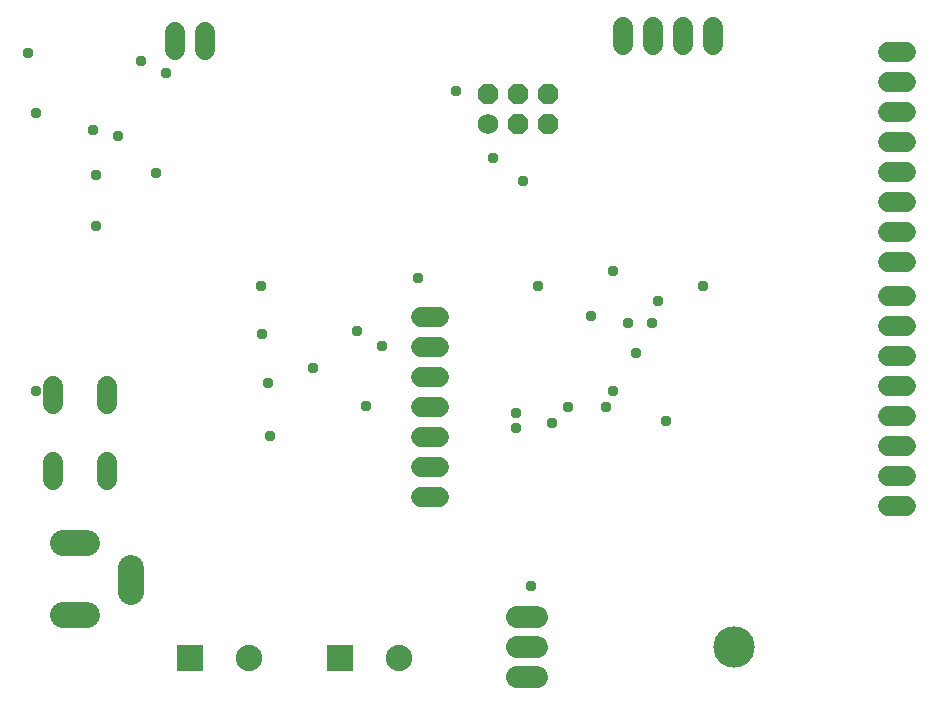
<source format=gbr>
G04 EAGLE Gerber RS-274X export*
G75*
%MOMM*%
%FSLAX34Y34*%
%LPD*%
%INSoldermask Bottom*%
%IPPOS*%
%AMOC8*
5,1,8,0,0,1.08239X$1,22.5*%
G01*
%ADD10C,2.203200*%
%ADD11C,1.727200*%
%ADD12C,1.727200*%
%ADD13P,1.869504X8X22.500000*%
%ADD14C,1.879600*%
%ADD15C,3.505200*%
%ADD16R,2.235200X2.235200*%
%ADD17C,2.235200*%
%ADD18C,0.959600*%


D10*
X68650Y144200D02*
X48650Y144200D01*
X48650Y83200D02*
X68650Y83200D01*
X106650Y103200D02*
X106650Y123200D01*
D11*
X40294Y197368D02*
X40294Y212608D01*
X85506Y212608D02*
X85506Y197368D01*
X40294Y262392D02*
X40294Y277632D01*
X85506Y277632D02*
X85506Y262392D01*
D12*
X408900Y499450D03*
D13*
X434300Y499450D03*
X459700Y499450D03*
X408900Y524850D03*
X434300Y524850D03*
X459700Y524850D03*
D14*
X450132Y81550D02*
X433368Y81550D01*
X433368Y56150D02*
X450132Y56150D01*
X450132Y30750D02*
X433368Y30750D01*
D15*
X617010Y56150D03*
D16*
X283550Y46950D03*
D17*
X333550Y46950D03*
D16*
X156400Y47350D03*
D17*
X206400Y47350D03*
D11*
X747430Y559800D02*
X762670Y559800D01*
X762670Y534400D02*
X747430Y534400D01*
X747430Y509000D02*
X762670Y509000D01*
X762670Y483600D02*
X747430Y483600D01*
X747430Y458200D02*
X762670Y458200D01*
X762670Y432800D02*
X747430Y432800D01*
X747430Y407400D02*
X762670Y407400D01*
X762670Y382000D02*
X747430Y382000D01*
X747530Y175400D02*
X762770Y175400D01*
X762770Y200800D02*
X747530Y200800D01*
X747530Y226200D02*
X762770Y226200D01*
X762770Y251600D02*
X747530Y251600D01*
X747530Y277000D02*
X762770Y277000D01*
X762770Y302400D02*
X747530Y302400D01*
X747530Y327800D02*
X762770Y327800D01*
X762770Y353200D02*
X747530Y353200D01*
X367120Y335400D02*
X351880Y335400D01*
X351880Y310000D02*
X367120Y310000D01*
X367120Y284600D02*
X351880Y284600D01*
X351880Y259200D02*
X367120Y259200D01*
X367120Y233800D02*
X351880Y233800D01*
X351880Y208400D02*
X367120Y208400D01*
X367120Y183000D02*
X351880Y183000D01*
X599000Y565830D02*
X599000Y581070D01*
X573600Y581070D02*
X573600Y565830D01*
X548200Y565830D02*
X548200Y581070D01*
X522800Y581070D02*
X522800Y565830D01*
X143510Y561340D02*
X143510Y576580D01*
X168910Y576580D02*
X168910Y561340D01*
D18*
X73660Y494030D03*
X76200Y455930D03*
X114300Y552450D03*
X135890Y542290D03*
X215900Y361950D03*
X222250Y279400D03*
X223534Y234936D03*
X547370Y330200D03*
X527050Y330200D03*
X349250Y368300D03*
X412750Y469900D03*
X260350Y292100D03*
X217170Y321310D03*
X25400Y508000D03*
X95250Y488950D03*
X127000Y457200D03*
X76200Y412750D03*
X19050Y558800D03*
X381000Y527050D03*
X495300Y336550D03*
X25400Y273050D03*
X514350Y374650D03*
X438150Y450850D03*
X514350Y273050D03*
X558800Y247650D03*
X431800Y241300D03*
X462280Y246094D03*
X508014Y259066D03*
X444500Y107950D03*
X533400Y304800D03*
X431800Y254000D03*
X476250Y259694D03*
X304800Y260350D03*
X318770Y311150D03*
X450850Y361950D03*
X590550Y361950D03*
X552450Y349250D03*
X297180Y323850D03*
M02*

</source>
